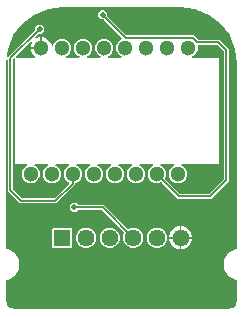
<source format=gtl>
G04 EAGLE Gerber RS-274X export*
G75*
%MOMM*%
%FSLAX34Y34*%
%LPD*%
%INTop Copper*%
%IPPOS*%
%AMOC8*
5,1,8,0,0,1.08239X$1,22.5*%
G01*
G04 Define Apertures*
%ADD10R,1.440000X1.440000*%
%ADD11C,1.440000*%
%ADD12C,1.300000*%
%ADD13C,0.502400*%
%ADD14C,0.152400*%
G36*
X90197Y-167974D02*
X90000Y-168000D01*
X-90000Y-168000D01*
X-90197Y-167974D01*
X-93816Y-167004D01*
X-94158Y-166807D01*
X-96807Y-164158D01*
X-97004Y-163816D01*
X-97974Y-160197D01*
X-98000Y-160000D01*
X-98000Y-143762D01*
X-97949Y-143487D01*
X-97785Y-143232D01*
X-97535Y-143060D01*
X-97238Y-143000D01*
X-96517Y-143000D01*
X-90483Y-139517D01*
X-87000Y-133483D01*
X-87000Y-126517D01*
X-90483Y-120483D01*
X-96517Y-117000D01*
X-97238Y-117000D01*
X-97513Y-116949D01*
X-97768Y-116785D01*
X-97940Y-116535D01*
X-98000Y-116238D01*
X-98000Y40000D01*
X-97993Y40099D01*
X-97649Y42712D01*
X-97613Y42865D01*
X-97458Y43125D01*
X-97213Y43305D01*
X-96918Y43375D01*
X-96619Y43324D01*
X-96364Y43160D01*
X-96192Y42910D01*
X-96132Y42613D01*
X-96132Y-67742D01*
X-85742Y-78132D01*
X-55158Y-78132D01*
X-39268Y-62242D01*
X-39268Y-61578D01*
X-39215Y-61297D01*
X-39049Y-61043D01*
X-38798Y-60874D01*
X-36899Y-60087D01*
X-34713Y-57901D01*
X-33530Y-55046D01*
X-33530Y-51954D01*
X-34713Y-49099D01*
X-36899Y-46913D01*
X-37772Y-46551D01*
X-37993Y-46411D01*
X-38173Y-46166D01*
X-38242Y-45871D01*
X-38192Y-45572D01*
X-38028Y-45317D01*
X-37778Y-45145D01*
X-37481Y-45085D01*
X-27319Y-45085D01*
X-27062Y-45130D01*
X-26802Y-45287D01*
X-26625Y-45533D01*
X-26557Y-45829D01*
X-26611Y-46127D01*
X-26776Y-46382D01*
X-27028Y-46551D01*
X-27901Y-46913D01*
X-30087Y-49099D01*
X-31270Y-51954D01*
X-31270Y-55046D01*
X-30087Y-57901D01*
X-27901Y-60087D01*
X-25046Y-61270D01*
X-21954Y-61270D01*
X-19099Y-60087D01*
X-16913Y-57901D01*
X-15730Y-55046D01*
X-15730Y-51954D01*
X-16913Y-49099D01*
X-19099Y-46913D01*
X-19972Y-46551D01*
X-20193Y-46411D01*
X-20373Y-46166D01*
X-20442Y-45871D01*
X-20392Y-45572D01*
X-20228Y-45317D01*
X-19978Y-45145D01*
X-19681Y-45085D01*
X-9519Y-45085D01*
X-9262Y-45130D01*
X-9002Y-45287D01*
X-8825Y-45533D01*
X-8757Y-45829D01*
X-8811Y-46127D01*
X-8976Y-46382D01*
X-9228Y-46551D01*
X-10101Y-46913D01*
X-12287Y-49099D01*
X-13470Y-51954D01*
X-13470Y-55046D01*
X-12287Y-57901D01*
X-10101Y-60087D01*
X-7246Y-61270D01*
X-4154Y-61270D01*
X-1299Y-60087D01*
X887Y-57901D01*
X2070Y-55046D01*
X2070Y-51954D01*
X887Y-49099D01*
X-1299Y-46913D01*
X-2172Y-46551D01*
X-2393Y-46411D01*
X-2573Y-46166D01*
X-2642Y-45871D01*
X-2592Y-45572D01*
X-2428Y-45317D01*
X-2178Y-45145D01*
X-1881Y-45085D01*
X8281Y-45085D01*
X8538Y-45130D01*
X8798Y-45287D01*
X8975Y-45533D01*
X9043Y-45829D01*
X8989Y-46127D01*
X8824Y-46382D01*
X8572Y-46551D01*
X7699Y-46913D01*
X5513Y-49099D01*
X4330Y-51954D01*
X4330Y-55046D01*
X5513Y-57901D01*
X7699Y-60087D01*
X10554Y-61270D01*
X13646Y-61270D01*
X16501Y-60087D01*
X18687Y-57901D01*
X19870Y-55046D01*
X19870Y-51954D01*
X18687Y-49099D01*
X16501Y-46913D01*
X15628Y-46551D01*
X15407Y-46411D01*
X15227Y-46166D01*
X15158Y-45871D01*
X15208Y-45572D01*
X15372Y-45317D01*
X15622Y-45145D01*
X15919Y-45085D01*
X26081Y-45085D01*
X26338Y-45130D01*
X26598Y-45287D01*
X26775Y-45533D01*
X26843Y-45829D01*
X26789Y-46127D01*
X26624Y-46382D01*
X26372Y-46551D01*
X25499Y-46913D01*
X23313Y-49099D01*
X22130Y-51954D01*
X22130Y-55046D01*
X23313Y-57901D01*
X25499Y-60087D01*
X28354Y-61270D01*
X31446Y-61270D01*
X33345Y-60483D01*
X33624Y-60426D01*
X33922Y-60481D01*
X34175Y-60649D01*
X47658Y-74132D01*
X75942Y-74132D01*
X90732Y-59342D01*
X90732Y52142D01*
X82642Y60232D01*
X65123Y60232D01*
X64837Y60288D01*
X64585Y60455D01*
X60976Y64064D01*
X4525Y64064D01*
X4239Y64120D01*
X3987Y64287D01*
X-11995Y80269D01*
X-12158Y80510D01*
X-12218Y80807D01*
X-12218Y82967D01*
X-14433Y85182D01*
X-17567Y85182D01*
X-19782Y82967D01*
X-19782Y79833D01*
X-17567Y77618D01*
X-15407Y77618D01*
X-15121Y77562D01*
X-14869Y77395D01*
X567Y61960D01*
X722Y61735D01*
X790Y61439D01*
X736Y61141D01*
X571Y60886D01*
X319Y60717D01*
X-1201Y60087D01*
X-3387Y57901D01*
X-4570Y55046D01*
X-4570Y51954D01*
X-3387Y49099D01*
X-1201Y46913D01*
X-328Y46551D01*
X-107Y46411D01*
X73Y46166D01*
X142Y45871D01*
X92Y45572D01*
X-72Y45317D01*
X-322Y45145D01*
X-619Y45085D01*
X-10781Y45085D01*
X-11038Y45130D01*
X-11298Y45287D01*
X-11475Y45533D01*
X-11543Y45829D01*
X-11489Y46127D01*
X-11324Y46382D01*
X-11072Y46551D01*
X-10199Y46913D01*
X-8013Y49099D01*
X-6830Y51954D01*
X-6830Y55046D01*
X-8013Y57901D01*
X-10199Y60087D01*
X-13054Y61270D01*
X-16146Y61270D01*
X-19001Y60087D01*
X-21187Y57901D01*
X-22370Y55046D01*
X-22370Y51954D01*
X-21187Y49099D01*
X-19001Y46913D01*
X-18128Y46551D01*
X-17907Y46411D01*
X-17727Y46166D01*
X-17658Y45871D01*
X-17708Y45572D01*
X-17872Y45317D01*
X-18122Y45145D01*
X-18419Y45085D01*
X-28581Y45085D01*
X-28838Y45130D01*
X-29098Y45287D01*
X-29275Y45533D01*
X-29343Y45829D01*
X-29289Y46127D01*
X-29124Y46382D01*
X-28872Y46551D01*
X-27999Y46913D01*
X-25813Y49099D01*
X-24630Y51954D01*
X-24630Y55046D01*
X-25813Y57901D01*
X-27999Y60087D01*
X-30854Y61270D01*
X-33946Y61270D01*
X-36801Y60087D01*
X-38987Y57901D01*
X-40170Y55046D01*
X-40170Y51954D01*
X-38987Y49099D01*
X-36801Y46913D01*
X-35928Y46551D01*
X-35707Y46411D01*
X-35527Y46166D01*
X-35458Y45871D01*
X-35508Y45572D01*
X-35672Y45317D01*
X-35922Y45145D01*
X-36219Y45085D01*
X-46381Y45085D01*
X-46638Y45130D01*
X-46898Y45287D01*
X-47075Y45533D01*
X-47143Y45829D01*
X-47089Y46127D01*
X-46924Y46382D01*
X-46672Y46551D01*
X-45799Y46913D01*
X-43613Y49099D01*
X-42430Y51954D01*
X-42430Y55046D01*
X-43613Y57901D01*
X-45799Y60087D01*
X-48654Y61270D01*
X-51746Y61270D01*
X-54601Y60087D01*
X-56787Y57901D01*
X-57709Y55676D01*
X-57853Y55451D01*
X-58099Y55274D01*
X-58394Y55206D01*
X-58693Y55259D01*
X-58947Y55425D01*
X-59117Y55676D01*
X-60336Y58621D01*
X-62879Y61164D01*
X-66202Y62540D01*
X-67238Y62540D01*
X-67238Y52738D01*
X-77040Y52738D01*
X-77040Y51702D01*
X-75664Y48379D01*
X-73670Y46386D01*
X-73517Y46166D01*
X-73447Y45871D01*
X-73498Y45572D01*
X-73662Y45317D01*
X-73912Y45145D01*
X-74209Y45085D01*
X-89002Y45085D01*
X-89265Y45132D01*
X-89523Y45291D01*
X-89699Y45539D01*
X-89764Y45835D01*
X-89708Y46133D01*
X-89541Y46386D01*
X-77212Y58715D01*
X-76998Y58865D01*
X-76703Y58937D01*
X-76404Y58889D01*
X-76147Y58727D01*
X-75974Y58479D01*
X-75911Y58182D01*
X-75969Y57884D01*
X-77040Y55298D01*
X-77040Y54262D01*
X-68762Y54262D01*
X-68762Y62540D01*
X-69798Y62540D01*
X-72384Y61469D01*
X-72640Y61412D01*
X-72939Y61458D01*
X-73197Y61617D01*
X-73373Y61864D01*
X-73438Y62161D01*
X-73382Y62459D01*
X-73215Y62712D01*
X-70532Y65395D01*
X-70290Y65558D01*
X-69993Y65618D01*
X-67833Y65618D01*
X-65618Y67833D01*
X-65618Y70967D01*
X-67833Y73182D01*
X-70967Y73182D01*
X-73182Y70967D01*
X-73182Y68807D01*
X-73238Y68521D01*
X-73405Y68269D01*
X-95863Y45810D01*
X-96176Y45622D01*
X-96477Y45591D01*
X-96767Y45680D01*
X-96999Y45876D01*
X-97137Y46146D01*
X-97158Y46449D01*
X-96384Y52326D01*
X-96332Y52518D01*
X-91613Y63911D01*
X-91514Y64083D01*
X-84007Y73866D01*
X-83866Y74007D01*
X-74083Y81514D01*
X-73911Y81613D01*
X-62518Y86332D01*
X-62326Y86384D01*
X-50099Y87993D01*
X-50000Y88000D01*
X50000Y88000D01*
X50099Y87993D01*
X62326Y86384D01*
X62518Y86332D01*
X73911Y81613D01*
X74083Y81514D01*
X83866Y74007D01*
X84007Y73866D01*
X91514Y64083D01*
X91613Y63911D01*
X96332Y52518D01*
X96384Y52326D01*
X97993Y40099D01*
X98000Y40000D01*
X98000Y-116238D01*
X97949Y-116513D01*
X97785Y-116768D01*
X97535Y-116940D01*
X97238Y-117000D01*
X96517Y-117000D01*
X90483Y-120483D01*
X87000Y-126517D01*
X87000Y-133483D01*
X90483Y-139517D01*
X96517Y-143000D01*
X97238Y-143000D01*
X97513Y-143051D01*
X97768Y-143215D01*
X97940Y-143465D01*
X98000Y-143762D01*
X98000Y-160000D01*
X97974Y-160197D01*
X97004Y-163816D01*
X96807Y-164158D01*
X94158Y-166807D01*
X93816Y-167004D01*
X90197Y-167974D01*
G37*
%LPC*%
G36*
X8315Y-115970D02*
X11685Y-115970D01*
X14798Y-114681D01*
X17181Y-112298D01*
X18470Y-109185D01*
X18470Y-105815D01*
X17181Y-102702D01*
X14798Y-100320D01*
X11685Y-99030D01*
X8315Y-99030D01*
X6020Y-99981D01*
X5740Y-100039D01*
X5442Y-99983D01*
X5189Y-99816D01*
X-15258Y-79368D01*
X-36468Y-79368D01*
X-36754Y-79312D01*
X-37007Y-79145D01*
X-38533Y-77618D01*
X-41667Y-77618D01*
X-43882Y-79833D01*
X-43882Y-82967D01*
X-41667Y-85182D01*
X-38533Y-85182D01*
X-37007Y-83655D01*
X-36765Y-83492D01*
X-36468Y-83432D01*
X-17257Y-83432D01*
X-16971Y-83488D01*
X-16719Y-83655D01*
X2316Y-102689D01*
X2476Y-102925D01*
X2539Y-103222D01*
X2481Y-103520D01*
X1530Y-105815D01*
X1530Y-109185D01*
X2820Y-112298D01*
X5202Y-114681D01*
X8315Y-115970D01*
G37*
G36*
X40260Y-106738D02*
X49238Y-106738D01*
X49238Y-97760D01*
X48063Y-97760D01*
X44483Y-99243D01*
X41743Y-101983D01*
X40260Y-105563D01*
X40260Y-106738D01*
G37*
G36*
X50762Y-106738D02*
X59740Y-106738D01*
X59740Y-105563D01*
X58257Y-101983D01*
X55517Y-99243D01*
X51937Y-97760D01*
X50762Y-97760D01*
X50762Y-106738D01*
G37*
G36*
X28315Y-115970D02*
X31685Y-115970D01*
X34798Y-114681D01*
X37181Y-112298D01*
X38470Y-109185D01*
X38470Y-105815D01*
X37181Y-102702D01*
X34798Y-100320D01*
X31685Y-99030D01*
X28315Y-99030D01*
X25202Y-100320D01*
X22820Y-102702D01*
X21530Y-105815D01*
X21530Y-109185D01*
X22820Y-112298D01*
X25202Y-114681D01*
X28315Y-115970D01*
G37*
G36*
X-11685Y-115970D02*
X-8315Y-115970D01*
X-5202Y-114681D01*
X-2820Y-112298D01*
X-1530Y-109185D01*
X-1530Y-105815D01*
X-2820Y-102702D01*
X-5202Y-100320D01*
X-8315Y-99030D01*
X-11685Y-99030D01*
X-14798Y-100320D01*
X-17181Y-102702D01*
X-18470Y-105815D01*
X-18470Y-109185D01*
X-17181Y-112298D01*
X-14798Y-114681D01*
X-11685Y-115970D01*
G37*
G36*
X-31685Y-115970D02*
X-28315Y-115970D01*
X-25202Y-114681D01*
X-22820Y-112298D01*
X-21530Y-109185D01*
X-21530Y-105815D01*
X-22820Y-102702D01*
X-25202Y-100320D01*
X-28315Y-99030D01*
X-31685Y-99030D01*
X-34798Y-100320D01*
X-37181Y-102702D01*
X-38470Y-105815D01*
X-38470Y-109185D01*
X-37181Y-112298D01*
X-34798Y-114681D01*
X-31685Y-115970D01*
G37*
G36*
X-57726Y-115970D02*
X-42274Y-115970D01*
X-41530Y-115226D01*
X-41530Y-99774D01*
X-42274Y-99030D01*
X-57726Y-99030D01*
X-58470Y-99774D01*
X-58470Y-115226D01*
X-57726Y-115970D01*
G37*
G36*
X50762Y-117240D02*
X51937Y-117240D01*
X55517Y-115757D01*
X58257Y-113017D01*
X59740Y-109437D01*
X59740Y-108262D01*
X50762Y-108262D01*
X50762Y-117240D01*
G37*
G36*
X48063Y-117240D02*
X49238Y-117240D01*
X49238Y-108262D01*
X40260Y-108262D01*
X40260Y-109437D01*
X41743Y-113017D01*
X44483Y-115757D01*
X48063Y-117240D01*
G37*
%LPD*%
G36*
X74240Y-70008D02*
X73943Y-70068D01*
X49657Y-70068D01*
X49371Y-70012D01*
X49119Y-69845D01*
X37049Y-57775D01*
X36888Y-57539D01*
X36825Y-57242D01*
X36883Y-56945D01*
X37670Y-55046D01*
X37670Y-51954D01*
X36487Y-49099D01*
X34301Y-46913D01*
X33428Y-46551D01*
X33207Y-46411D01*
X33027Y-46166D01*
X32958Y-45871D01*
X33008Y-45572D01*
X33172Y-45317D01*
X33422Y-45145D01*
X33719Y-45085D01*
X43881Y-45085D01*
X44138Y-45130D01*
X44398Y-45287D01*
X44575Y-45533D01*
X44643Y-45829D01*
X44589Y-46127D01*
X44424Y-46382D01*
X44172Y-46551D01*
X43299Y-46913D01*
X41113Y-49099D01*
X39930Y-51954D01*
X39930Y-55046D01*
X41113Y-57901D01*
X43299Y-60087D01*
X46154Y-61270D01*
X49246Y-61270D01*
X52101Y-60087D01*
X54287Y-57901D01*
X55470Y-55046D01*
X55470Y-51954D01*
X54287Y-49099D01*
X52101Y-46913D01*
X51228Y-46551D01*
X51007Y-46411D01*
X50827Y-46166D01*
X50758Y-45871D01*
X50808Y-45572D01*
X50972Y-45317D01*
X51222Y-45145D01*
X51519Y-45085D01*
X82498Y-45085D01*
X82553Y-45076D01*
X82554Y-45073D01*
X82560Y-45033D01*
X82560Y-44450D01*
X82611Y-44175D01*
X82638Y-44133D01*
X82638Y44127D01*
X82620Y44153D01*
X82560Y44450D01*
X82560Y45023D01*
X82551Y45078D01*
X82548Y45079D01*
X82508Y45085D01*
X60419Y45085D01*
X60162Y45130D01*
X59902Y45287D01*
X59725Y45533D01*
X59657Y45829D01*
X59711Y46127D01*
X59876Y46382D01*
X60128Y46551D01*
X61001Y46913D01*
X63187Y49099D01*
X64370Y51954D01*
X64370Y55046D01*
X64342Y55114D01*
X64284Y55382D01*
X64335Y55681D01*
X64498Y55936D01*
X64748Y56108D01*
X65045Y56168D01*
X80643Y56168D01*
X80929Y56112D01*
X81182Y55945D01*
X86445Y50682D01*
X86608Y50440D01*
X86668Y50143D01*
X86668Y-57343D01*
X86612Y-57629D01*
X86445Y-57882D01*
X74482Y-69845D01*
X74240Y-70008D01*
G37*
G36*
X-56860Y-74008D02*
X-57157Y-74068D01*
X-83743Y-74068D01*
X-84029Y-74012D01*
X-84282Y-73845D01*
X-91845Y-66282D01*
X-92008Y-66040D01*
X-92068Y-65743D01*
X-92068Y43543D01*
X-92012Y43829D01*
X-91845Y44082D01*
X-91461Y44466D01*
X-91241Y44619D01*
X-90946Y44688D01*
X-90647Y44637D01*
X-90392Y44474D01*
X-90220Y44224D01*
X-90160Y43927D01*
X-90160Y-45023D01*
X-90151Y-45078D01*
X-90148Y-45079D01*
X-90108Y-45085D01*
X-80719Y-45085D01*
X-80462Y-45130D01*
X-80202Y-45287D01*
X-80025Y-45533D01*
X-79957Y-45829D01*
X-80011Y-46127D01*
X-80176Y-46382D01*
X-80428Y-46551D01*
X-81301Y-46913D01*
X-83487Y-49099D01*
X-84670Y-51954D01*
X-84670Y-55046D01*
X-83487Y-57901D01*
X-81301Y-60087D01*
X-78446Y-61270D01*
X-75354Y-61270D01*
X-72499Y-60087D01*
X-70313Y-57901D01*
X-69130Y-55046D01*
X-69130Y-51954D01*
X-70313Y-49099D01*
X-72499Y-46913D01*
X-73372Y-46551D01*
X-73593Y-46411D01*
X-73773Y-46166D01*
X-73842Y-45871D01*
X-73792Y-45572D01*
X-73628Y-45317D01*
X-73378Y-45145D01*
X-73081Y-45085D01*
X-62919Y-45085D01*
X-62662Y-45130D01*
X-62402Y-45287D01*
X-62225Y-45533D01*
X-62157Y-45829D01*
X-62211Y-46127D01*
X-62376Y-46382D01*
X-62628Y-46551D01*
X-63501Y-46913D01*
X-65687Y-49099D01*
X-66870Y-51954D01*
X-66870Y-55046D01*
X-65687Y-57901D01*
X-63501Y-60087D01*
X-60646Y-61270D01*
X-57554Y-61270D01*
X-54699Y-60087D01*
X-52513Y-57901D01*
X-51330Y-55046D01*
X-51330Y-51954D01*
X-52513Y-49099D01*
X-54699Y-46913D01*
X-55572Y-46551D01*
X-55793Y-46411D01*
X-55973Y-46166D01*
X-56042Y-45871D01*
X-55992Y-45572D01*
X-55828Y-45317D01*
X-55578Y-45145D01*
X-55281Y-45085D01*
X-45119Y-45085D01*
X-44862Y-45130D01*
X-44602Y-45287D01*
X-44425Y-45533D01*
X-44357Y-45829D01*
X-44411Y-46127D01*
X-44576Y-46382D01*
X-44828Y-46551D01*
X-45701Y-46913D01*
X-47887Y-49099D01*
X-49070Y-51954D01*
X-49070Y-55046D01*
X-47887Y-57901D01*
X-45701Y-60087D01*
X-44746Y-60483D01*
X-44517Y-60631D01*
X-44341Y-60878D01*
X-44276Y-61175D01*
X-44332Y-61473D01*
X-44499Y-61725D01*
X-56619Y-73845D01*
X-56860Y-74008D01*
G37*
D10*
X-50000Y-107500D03*
D11*
X-30000Y-107500D03*
X-10000Y-107500D03*
X10000Y-107500D03*
X30000Y-107500D03*
X50000Y-107500D03*
D12*
X56600Y53500D03*
X38800Y53500D03*
X21000Y53500D03*
X3200Y53500D03*
X-14600Y53500D03*
X-32400Y53500D03*
X-50200Y53500D03*
X-68000Y53500D03*
X-76900Y-53500D03*
X-59100Y-53500D03*
X-41300Y-53500D03*
X-23500Y-53500D03*
X-5700Y-53500D03*
X12100Y-53500D03*
X29900Y-53500D03*
X47700Y-53500D03*
D13*
X69800Y-56900D03*
X34600Y-76800D03*
X-71900Y-68100D03*
X13200Y72600D03*
X45200Y74400D03*
X77000Y66400D03*
X-51000Y77100D03*
X1300Y-78300D03*
X68200Y-142000D03*
X-75400Y-145600D03*
X-53800Y-86900D03*
X-16000Y81400D03*
D14*
X3368Y62032D01*
X60134Y62032D02*
X63966Y58200D01*
X81800Y58200D01*
X60134Y62032D02*
X3368Y62032D01*
X81800Y58200D02*
X88700Y51300D01*
X88700Y-51400D01*
X88700Y-58500D01*
X75100Y-72100D01*
X48500Y-72100D01*
X29900Y-53500D01*
D13*
X-69400Y69400D03*
D14*
X-94100Y44700D01*
X-94100Y-66900D01*
X-84900Y-76100D01*
X-56000Y-76100D01*
X-41300Y-61400D01*
X-41300Y-53500D01*
X-16100Y-81400D02*
X10000Y-107500D01*
X-16100Y-81400D02*
X-40100Y-81400D01*
D13*
X-40100Y-81400D03*
M02*

</source>
